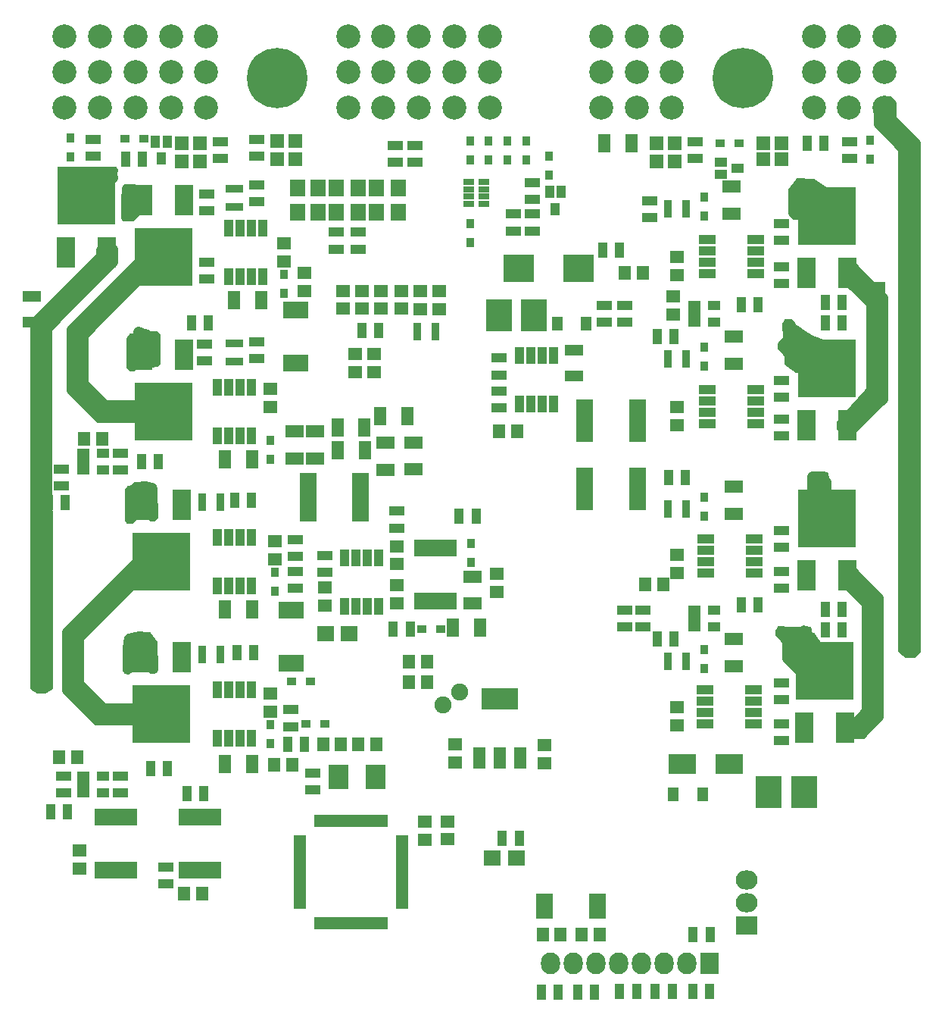
<source format=gbr>
G04 #@! TF.FileFunction,Soldermask,Top*
%FSLAX46Y46*%
G04 Gerber Fmt 4.6, Leading zero omitted, Abs format (unit mm)*
G04 Created by KiCad (PCBNEW 4.0.5-e0-6337~49~ubuntu16.04.1) date Sun Jan 22 10:16:39 2017*
%MOMM*%
%LPD*%
G01*
G04 APERTURE LIST*
%ADD10C,0.050000*%
%ADD11C,6.750000*%
%ADD12C,2.686000*%
%ADD13R,1.400000X1.650000*%
%ADD14R,1.650000X1.400000*%
%ADD15R,2.000000X1.400000*%
%ADD16R,1.400000X2.000000*%
%ADD17R,3.150820X2.200860*%
%ADD18R,3.348940X3.100020*%
%ADD19R,0.850000X0.990000*%
%ADD20R,0.990000X0.850000*%
%ADD21R,1.598880X1.598880*%
%ADD22R,1.900000X1.700000*%
%ADD23R,1.700000X1.900000*%
%ADD24R,2.940000X3.580000*%
%ADD25R,2.127200X2.432000*%
%ADD26O,2.127200X2.432000*%
%ADD27R,2.432000X2.127200*%
%ADD28O,2.432000X2.127200*%
%ADD29R,2.051000X3.448000*%
%ADD30R,6.496000X6.496000*%
%ADD31R,0.908000X0.704800*%
%ADD32R,0.704800X0.908000*%
%ADD33R,1.700000X1.100000*%
%ADD34R,1.100000X1.700000*%
%ADD35R,1.300000X2.100000*%
%ADD36R,0.850000X1.850000*%
%ADD37R,1.850000X0.850000*%
%ADD38R,1.950000X1.000000*%
%ADD39R,1.460000X1.050000*%
%ADD40R,1.000000X1.950000*%
%ADD41R,4.057600X2.432000*%
%ADD42R,1.416000X2.432000*%
%ADD43R,0.650000X1.400000*%
%ADD44R,1.400000X0.650000*%
%ADD45R,1.900000X0.850000*%
%ADD46R,2.100000X1.300000*%
%ADD47C,1.900000*%
%ADD48R,2.300000X2.800000*%
%ADD49R,1.310000X1.620000*%
%ADD50R,0.999440X1.400760*%
%ADD51R,1.400760X0.999440*%
%ADD52R,1.300000X0.800000*%
%ADD53C,0.254000*%
G04 APERTURE END LIST*
D10*
D11*
X157480000Y-47625000D03*
X105410000Y-47625000D03*
D12*
X149555200Y-42926000D03*
X149555200Y-46913800D03*
X149555200Y-50901600D03*
X145592800Y-42926000D03*
X141630400Y-42926000D03*
X141630400Y-46913800D03*
X145592800Y-46913800D03*
X141630400Y-50901600D03*
X145592800Y-50901600D03*
X165404800Y-50901600D03*
X169367200Y-50901600D03*
X173329600Y-50901600D03*
X165404800Y-46913800D03*
X169367200Y-46913800D03*
X173329600Y-46913800D03*
X165404800Y-42926000D03*
X169367200Y-42926000D03*
X173329600Y-42926000D03*
X97485200Y-42926000D03*
X93522800Y-42926000D03*
X89560400Y-42926000D03*
X85598000Y-42926000D03*
X81635600Y-42926000D03*
X97485200Y-46913800D03*
X93522800Y-46913800D03*
X89560400Y-46913800D03*
X85598000Y-46913800D03*
X81635600Y-46913800D03*
X97485200Y-50901600D03*
X93522800Y-50901600D03*
X89560400Y-50901600D03*
X85598000Y-50901600D03*
X81635600Y-50901600D03*
X113334800Y-42926000D03*
X117297200Y-42926000D03*
X121259600Y-42926000D03*
X125222000Y-42926000D03*
X129184400Y-42926000D03*
X113334800Y-46913800D03*
X117297200Y-46913800D03*
X121259600Y-46913800D03*
X125222000Y-46913800D03*
X129184400Y-46913800D03*
X113334800Y-50901600D03*
X117297200Y-50901600D03*
X121259600Y-50901600D03*
X125222000Y-50901600D03*
X129184400Y-50901600D03*
D13*
X95012000Y-138684000D03*
X97012000Y-138684000D03*
D14*
X83312000Y-133874000D03*
X83312000Y-135874000D03*
X150114000Y-84344000D03*
X150114000Y-86344000D03*
D13*
X144288000Y-69342000D03*
X146288000Y-69342000D03*
D15*
X156464000Y-76478000D03*
X156464000Y-79478000D03*
D14*
X150114000Y-69580000D03*
X150114000Y-67580000D03*
X150114000Y-117872000D03*
X150114000Y-119872000D03*
D13*
X146574000Y-104140000D03*
X148574000Y-104140000D03*
D15*
X156464000Y-110260000D03*
X156464000Y-113260000D03*
D16*
X145010000Y-54864000D03*
X142010000Y-54864000D03*
D14*
X149720300Y-74012300D03*
X149720300Y-72012300D03*
D15*
X156464000Y-96242000D03*
X156464000Y-93242000D03*
D14*
X150114000Y-102838000D03*
X150114000Y-100838000D03*
X104648000Y-84312000D03*
X104648000Y-82312000D03*
X108458000Y-69358000D03*
X108458000Y-71358000D03*
D16*
X99592000Y-90170000D03*
X102592000Y-90170000D03*
D13*
X83836000Y-87884000D03*
X85836000Y-87884000D03*
D16*
X100608000Y-72390000D03*
X103608000Y-72390000D03*
D14*
X106172000Y-66056000D03*
X106172000Y-68056000D03*
X104648000Y-118348000D03*
X104648000Y-116348000D03*
D16*
X99592000Y-124206000D03*
X102592000Y-124206000D03*
D13*
X81042000Y-123444000D03*
X83042000Y-123444000D03*
D16*
X102592000Y-106934000D03*
X99592000Y-106934000D03*
D14*
X105156000Y-99330000D03*
X105156000Y-101330000D03*
D13*
X132203700Y-87020400D03*
X130203700Y-87020400D03*
D17*
X150715980Y-124206000D03*
X155963620Y-124206000D03*
D18*
X139138660Y-68884800D03*
X132387340Y-68884800D03*
D14*
X135293100Y-124139200D03*
X135293100Y-122139200D03*
X125336300Y-122012200D03*
X125336300Y-124012200D03*
D13*
X141449300Y-143243300D03*
X139449300Y-143243300D03*
X135105900Y-143243300D03*
X137105900Y-143243300D03*
X114493800Y-122008900D03*
X116493800Y-122008900D03*
X112556800Y-122021600D03*
X110556800Y-122021600D03*
D14*
X124485400Y-130622800D03*
X124485400Y-132622800D03*
X121932700Y-130648200D03*
X121932700Y-132648200D03*
X110744000Y-106486200D03*
X110744000Y-104486200D03*
X118745000Y-99888800D03*
X118745000Y-101888800D03*
D13*
X105070400Y-124307600D03*
X107070400Y-124307600D03*
X120132600Y-115074700D03*
X122132600Y-115074700D03*
X120132600Y-112750600D03*
X122132600Y-112750600D03*
D14*
X129997200Y-104962200D03*
X129997200Y-102962200D03*
X118745000Y-104244900D03*
X118745000Y-106244900D03*
D15*
X127241300Y-106275000D03*
X127241300Y-103275000D03*
D16*
X128068200Y-108940600D03*
X125068200Y-108940600D03*
D15*
X109677200Y-90069800D03*
X109677200Y-87069800D03*
X107315000Y-90069800D03*
X107315000Y-87069800D03*
D16*
X116940200Y-85369400D03*
X119940200Y-85369400D03*
D15*
X117525800Y-88339800D03*
X117525800Y-91339800D03*
X120624600Y-91314400D03*
X120624600Y-88314400D03*
D16*
X115165000Y-86639400D03*
X112165000Y-86639400D03*
X115190400Y-89179400D03*
X112190400Y-89179400D03*
D14*
X116967000Y-73364600D03*
X116967000Y-71364600D03*
X123545600Y-73390000D03*
X123545600Y-71390000D03*
X114858800Y-73364600D03*
X114858800Y-71364600D03*
X121412000Y-73390000D03*
X121412000Y-71390000D03*
X119329200Y-73364600D03*
X119329200Y-71364600D03*
X112750600Y-73364600D03*
X112750600Y-71364600D03*
X116230400Y-80425800D03*
X116230400Y-78425800D03*
X114096800Y-80425800D03*
X114096800Y-78425800D03*
D19*
X82296000Y-54317000D03*
X82296000Y-56427000D03*
X171704000Y-54571000D03*
X171704000Y-56681000D03*
D20*
X88353000Y-54356000D03*
X90463000Y-54356000D03*
D21*
X94708980Y-54864000D03*
X96807020Y-54864000D03*
X96807020Y-56896000D03*
X94708980Y-56896000D03*
X161831020Y-54864000D03*
X159732980Y-54864000D03*
X159732980Y-56642000D03*
X161831020Y-56642000D03*
X105376980Y-54610000D03*
X107475020Y-54610000D03*
X107475020Y-56642000D03*
X105376980Y-56642000D03*
D19*
X153162000Y-77685000D03*
X153162000Y-79795000D03*
X153162000Y-60921000D03*
X153162000Y-63031000D03*
X153162000Y-111467000D03*
X153162000Y-113577000D03*
X153162000Y-94449000D03*
X153162000Y-96559000D03*
X104648000Y-90209000D03*
X104648000Y-88099000D03*
X106172000Y-71667000D03*
X106172000Y-69557000D03*
X104648000Y-121959000D03*
X104648000Y-119849000D03*
D20*
X108660300Y-119722900D03*
X110770300Y-119722900D03*
D19*
X127000000Y-63867400D03*
X127000000Y-65977400D03*
X126974600Y-56706400D03*
X126974600Y-54596400D03*
X129057400Y-56706400D03*
X129057400Y-54596400D03*
X133299200Y-56706400D03*
X133299200Y-54596400D03*
X131165600Y-56706400D03*
X131165600Y-54596400D03*
X135801100Y-56323600D03*
X135801100Y-58433600D03*
D22*
X132134600Y-134734300D03*
X129434600Y-134734300D03*
X110791000Y-109677200D03*
X113491000Y-109677200D03*
D23*
X107696000Y-62564000D03*
X107696000Y-59864000D03*
X109982000Y-62564000D03*
X109982000Y-59864000D03*
X112014000Y-59864000D03*
X112014000Y-62564000D03*
X118922800Y-62589400D03*
X118922800Y-59889400D03*
X116484400Y-59864000D03*
X116484400Y-62564000D03*
X114427000Y-59864000D03*
X114427000Y-62564000D03*
D24*
X164326800Y-127355600D03*
X160386800Y-127355600D03*
X130186200Y-74129900D03*
X134126200Y-74129900D03*
D25*
X153784300Y-146519900D03*
D26*
X151244300Y-146519900D03*
X148704300Y-146519900D03*
X146164300Y-146519900D03*
X143624300Y-146519900D03*
X141084300Y-146519900D03*
X138544300Y-146519900D03*
X136004300Y-146519900D03*
D27*
X157924500Y-142227300D03*
D28*
X157924500Y-139687300D03*
X157924500Y-137147300D03*
D29*
X81788000Y-67056000D03*
D30*
X84074000Y-60706000D03*
D29*
X86360000Y-67056000D03*
X164592000Y-86360000D03*
D30*
X166878000Y-80010000D03*
D29*
X169164000Y-86360000D03*
D31*
X151130000Y-62865000D03*
X151130000Y-61595000D03*
X149098000Y-62865000D03*
X151130000Y-62230000D03*
X149098000Y-61595000D03*
X149098000Y-62230000D03*
D29*
X164338000Y-120142000D03*
D30*
X166624000Y-113792000D03*
D29*
X168910000Y-120142000D03*
D31*
X151130000Y-96393000D03*
X151130000Y-95123000D03*
X149098000Y-96393000D03*
X151130000Y-95758000D03*
X149098000Y-95123000D03*
X149098000Y-95758000D03*
D29*
X94996000Y-78486000D03*
D30*
X92710000Y-84836000D03*
D29*
X90424000Y-78486000D03*
X94996000Y-61214000D03*
D30*
X92710000Y-67564000D03*
D29*
X90424000Y-61214000D03*
D32*
X99949000Y-61976000D03*
X101219000Y-61976000D03*
X99949000Y-59944000D03*
X100584000Y-61976000D03*
X101219000Y-59944000D03*
X100584000Y-59944000D03*
D29*
X94742000Y-112268000D03*
D30*
X92456000Y-118618000D03*
D29*
X90170000Y-112268000D03*
X94742000Y-95250000D03*
D30*
X92456000Y-101600000D03*
D29*
X90170000Y-95250000D03*
D33*
X84836000Y-54422000D03*
X84836000Y-56322000D03*
X169418000Y-54676000D03*
X169418000Y-56576000D03*
D34*
X88458000Y-56642000D03*
X90358000Y-56642000D03*
X166558000Y-54864000D03*
X164658000Y-54864000D03*
D33*
X99060000Y-54676000D03*
X99060000Y-56576000D03*
D34*
X157292000Y-72898000D03*
X159192000Y-72898000D03*
X143698000Y-66802000D03*
X141798000Y-66802000D03*
D35*
X172794000Y-74676000D03*
X175694000Y-74676000D03*
X172794000Y-71374000D03*
X175694000Y-71374000D03*
D33*
X147066000Y-61280000D03*
X147066000Y-63180000D03*
D34*
X157292000Y-106426000D03*
X159192000Y-106426000D03*
D35*
X172540000Y-106680000D03*
X175440000Y-106680000D03*
X172540000Y-110490000D03*
X175440000Y-110490000D03*
D34*
X149164000Y-92202000D03*
X151064000Y-92202000D03*
X97724000Y-74930000D03*
X95824000Y-74930000D03*
D33*
X103124000Y-59502000D03*
X103124000Y-61402000D03*
X107442000Y-104582000D03*
X107442000Y-102682000D03*
X107442000Y-99126000D03*
X107442000Y-101026000D03*
X130238500Y-82552500D03*
X130238500Y-84452500D03*
X130187700Y-78844100D03*
X130187700Y-80744100D03*
D34*
X132483900Y-132524500D03*
X130583900Y-132524500D03*
D33*
X109423200Y-127099100D03*
X109423200Y-125199100D03*
X110769400Y-102829400D03*
X110769400Y-100929400D03*
X118745000Y-95976400D03*
X118745000Y-97876400D03*
D34*
X153756400Y-149618700D03*
X151856400Y-149618700D03*
X149565400Y-149656800D03*
X147665400Y-149656800D03*
X153807200Y-143243300D03*
X151907200Y-143243300D03*
X145603000Y-149656800D03*
X143703000Y-149656800D03*
X140891300Y-149682200D03*
X138991300Y-149682200D03*
X136827300Y-149682200D03*
X134927300Y-149682200D03*
D33*
X106959400Y-118137900D03*
X106959400Y-120037900D03*
D34*
X106568200Y-122021600D03*
X108468200Y-122021600D03*
D33*
X133934200Y-61148000D03*
X133934200Y-59248000D03*
X133921500Y-62753200D03*
X133921500Y-64653200D03*
X131800600Y-62765900D03*
X131800600Y-64665900D03*
X112014000Y-66685200D03*
X112014000Y-64785200D03*
X114427000Y-66685200D03*
X114427000Y-64785200D03*
X118618000Y-57007800D03*
X118618000Y-55107800D03*
X120827800Y-57007800D03*
X120827800Y-55107800D03*
D36*
X94824000Y-136046000D03*
X95474000Y-136046000D03*
X96124000Y-136046000D03*
X96774000Y-136046000D03*
X97424000Y-136046000D03*
X98074000Y-136046000D03*
X98724000Y-136046000D03*
X98724000Y-130146000D03*
X98074000Y-130146000D03*
X97424000Y-130146000D03*
X96774000Y-130146000D03*
X96124000Y-130146000D03*
X95474000Y-130146000D03*
X94824000Y-130146000D03*
X85426000Y-136046000D03*
X86076000Y-136046000D03*
X86726000Y-136046000D03*
X87376000Y-136046000D03*
X88026000Y-136046000D03*
X88676000Y-136046000D03*
X89326000Y-136046000D03*
X89326000Y-130146000D03*
X88676000Y-130146000D03*
X88026000Y-130146000D03*
X87376000Y-130146000D03*
X86726000Y-130146000D03*
X86076000Y-130146000D03*
X85426000Y-130146000D03*
D37*
X145698000Y-95422000D03*
X145698000Y-94772000D03*
X145698000Y-94122000D03*
X145698000Y-93472000D03*
X145698000Y-92822000D03*
X145698000Y-92172000D03*
X145698000Y-91522000D03*
X139798000Y-91522000D03*
X139798000Y-92172000D03*
X139798000Y-92822000D03*
X139798000Y-93472000D03*
X139798000Y-94122000D03*
X139798000Y-94772000D03*
X139798000Y-95422000D03*
X145698000Y-87802000D03*
X145698000Y-87152000D03*
X145698000Y-86502000D03*
X145698000Y-85852000D03*
X145698000Y-85202000D03*
X145698000Y-84552000D03*
X145698000Y-83902000D03*
X139798000Y-83902000D03*
X139798000Y-84552000D03*
X139798000Y-85202000D03*
X139798000Y-85852000D03*
X139798000Y-86502000D03*
X139798000Y-87152000D03*
X139798000Y-87802000D03*
D38*
X153510000Y-82423000D03*
X153510000Y-83693000D03*
X153510000Y-84963000D03*
X153510000Y-86233000D03*
X158910000Y-86233000D03*
X158910000Y-84963000D03*
X158910000Y-83693000D03*
X158910000Y-82423000D03*
D39*
X152062000Y-72964000D03*
X152062000Y-73914000D03*
X152062000Y-74864000D03*
X154262000Y-74864000D03*
X154262000Y-72964000D03*
D38*
X153510000Y-65659000D03*
X153510000Y-66929000D03*
X153510000Y-68199000D03*
X153510000Y-69469000D03*
X158910000Y-69469000D03*
X158910000Y-68199000D03*
X158910000Y-66929000D03*
X158910000Y-65659000D03*
X153256000Y-115951000D03*
X153256000Y-117221000D03*
X153256000Y-118491000D03*
X153256000Y-119761000D03*
X158656000Y-119761000D03*
X158656000Y-118491000D03*
X158656000Y-117221000D03*
X158656000Y-115951000D03*
D39*
X152062000Y-107000000D03*
X152062000Y-107950000D03*
X152062000Y-108900000D03*
X154262000Y-108900000D03*
X154262000Y-107000000D03*
D38*
X153350000Y-99060000D03*
X153350000Y-100330000D03*
X153350000Y-101600000D03*
X153350000Y-102870000D03*
X158750000Y-102870000D03*
X158750000Y-101600000D03*
X158750000Y-100330000D03*
X158750000Y-99060000D03*
D36*
X108417000Y-73504000D03*
X107767000Y-73504000D03*
X107117000Y-73504000D03*
X106467000Y-73504000D03*
X106467000Y-79404000D03*
X107117000Y-79404000D03*
X107767000Y-79404000D03*
X108417000Y-79404000D03*
D40*
X102489000Y-82136000D03*
X101219000Y-82136000D03*
X99949000Y-82136000D03*
X98679000Y-82136000D03*
X98679000Y-87536000D03*
X99949000Y-87536000D03*
X101219000Y-87536000D03*
X102489000Y-87536000D03*
D39*
X83736000Y-89474000D03*
X83736000Y-90424000D03*
X83736000Y-91374000D03*
X85936000Y-91374000D03*
X85936000Y-89474000D03*
D40*
X103759000Y-64356000D03*
X102489000Y-64356000D03*
X101219000Y-64356000D03*
X99949000Y-64356000D03*
X99949000Y-69756000D03*
X101219000Y-69756000D03*
X102489000Y-69756000D03*
X103759000Y-69756000D03*
D36*
X105959000Y-112932000D03*
X106609000Y-112932000D03*
X107259000Y-112932000D03*
X107909000Y-112932000D03*
X107909000Y-107032000D03*
X107259000Y-107032000D03*
X106609000Y-107032000D03*
X105959000Y-107032000D03*
D40*
X102489000Y-115918000D03*
X101219000Y-115918000D03*
X99949000Y-115918000D03*
X98679000Y-115918000D03*
X98679000Y-121318000D03*
X99949000Y-121318000D03*
X101219000Y-121318000D03*
X102489000Y-121318000D03*
D39*
X83736000Y-125542000D03*
X83736000Y-126492000D03*
X83736000Y-127442000D03*
X85936000Y-127442000D03*
X85936000Y-125542000D03*
D40*
X102489000Y-98900000D03*
X101219000Y-98900000D03*
X99949000Y-98900000D03*
X98679000Y-98900000D03*
X98679000Y-104300000D03*
X99949000Y-104300000D03*
X101219000Y-104300000D03*
X102489000Y-104300000D03*
X136347200Y-78580000D03*
X135077200Y-78580000D03*
X133807200Y-78580000D03*
X132537200Y-78580000D03*
X132537200Y-83980000D03*
X133807200Y-83980000D03*
X135077200Y-83980000D03*
X136347200Y-83980000D03*
D41*
X130314700Y-116916200D03*
D42*
X130314700Y-123520200D03*
X132600700Y-123520200D03*
X128028700Y-123520200D03*
D37*
X135327600Y-139093300D03*
X135327600Y-139743300D03*
X135327600Y-140393300D03*
X135327600Y-141043300D03*
X141227600Y-141043300D03*
X141227600Y-140393300D03*
X141227600Y-139743300D03*
X141227600Y-139093300D03*
D43*
X117415000Y-130596400D03*
X116915000Y-130596400D03*
X116415000Y-130596400D03*
X115915000Y-130596400D03*
X115415000Y-130596400D03*
X114915000Y-130596400D03*
X114415000Y-130596400D03*
X113915000Y-130596400D03*
X113415000Y-130596400D03*
X112915000Y-130596400D03*
X112415000Y-130596400D03*
X111915000Y-130596400D03*
X111415000Y-130596400D03*
X110915000Y-130596400D03*
X110415000Y-130596400D03*
X109915000Y-130596400D03*
D44*
X107965000Y-132546400D03*
X107965000Y-133046400D03*
X107965000Y-133546400D03*
X107965000Y-134046400D03*
X107965000Y-134546400D03*
X107965000Y-135046400D03*
X107965000Y-135546400D03*
X107965000Y-136046400D03*
X107965000Y-136546400D03*
X107965000Y-137046400D03*
X107965000Y-137546400D03*
X107965000Y-138046400D03*
X107965000Y-138546400D03*
X107965000Y-139046400D03*
X107965000Y-139546400D03*
X107965000Y-140046400D03*
D43*
X109915000Y-141996400D03*
X110415000Y-141996400D03*
X110915000Y-141996400D03*
X111415000Y-141996400D03*
X111915000Y-141996400D03*
X112415000Y-141996400D03*
X112915000Y-141996400D03*
X113415000Y-141996400D03*
X113915000Y-141996400D03*
X114415000Y-141996400D03*
X114915000Y-141996400D03*
X115415000Y-141996400D03*
X115915000Y-141996400D03*
X116415000Y-141996400D03*
X116915000Y-141996400D03*
X117415000Y-141996400D03*
D44*
X119365000Y-140046400D03*
X119365000Y-139546400D03*
X119365000Y-139046400D03*
X119365000Y-138546400D03*
X119365000Y-138046400D03*
X119365000Y-137546400D03*
X119365000Y-137046400D03*
X119365000Y-136546400D03*
X119365000Y-136046400D03*
X119365000Y-135546400D03*
X119365000Y-135046400D03*
X119365000Y-134546400D03*
X119365000Y-134046400D03*
X119365000Y-133546400D03*
X119365000Y-133046400D03*
X119365000Y-132546400D03*
D40*
X112953800Y-106611400D03*
X114223800Y-106611400D03*
X115493800Y-106611400D03*
X116763800Y-106611400D03*
X116763800Y-101211400D03*
X115493800Y-101211400D03*
X114223800Y-101211400D03*
X112953800Y-101211400D03*
D36*
X125025700Y-100123200D03*
X124375700Y-100123200D03*
X123725700Y-100123200D03*
X123075700Y-100123200D03*
X122425700Y-100123200D03*
X121775700Y-100123200D03*
X121125700Y-100123200D03*
X121125700Y-106023200D03*
X121775700Y-106023200D03*
X122425700Y-106023200D03*
X123075700Y-106023200D03*
X123725700Y-106023200D03*
X124375700Y-106023200D03*
X125025700Y-106023200D03*
D45*
X108860800Y-92111400D03*
X108860800Y-92761400D03*
X108860800Y-93411400D03*
X108860800Y-94061400D03*
X108860800Y-94711400D03*
X108860800Y-95361400D03*
X108860800Y-96011400D03*
X108860800Y-96661400D03*
X114760800Y-96661400D03*
X114760800Y-96011400D03*
X114760800Y-95361400D03*
X114760800Y-94711400D03*
X114760800Y-94061400D03*
X114760800Y-93411400D03*
X114760800Y-92761400D03*
X114760800Y-92111400D03*
D46*
X77978000Y-74856000D03*
X77978000Y-71956000D03*
D47*
X123952000Y-117627400D03*
X125831600Y-116154200D03*
D48*
X112275400Y-125679200D03*
X116375400Y-125679200D03*
D33*
X152146000Y-54676000D03*
X152146000Y-56576000D03*
D35*
X79576000Y-80010000D03*
X82476000Y-80010000D03*
X79322000Y-111506000D03*
X82222000Y-111506000D03*
D34*
X102550000Y-94742000D03*
X100650000Y-94742000D03*
X120279200Y-109105700D03*
X118379200Y-109105700D03*
D20*
X157011000Y-54864000D03*
X154901000Y-54864000D03*
D21*
X149893020Y-54864000D03*
X147794980Y-54864000D03*
X147794980Y-56896000D03*
X149893020Y-56896000D03*
D20*
X109106600Y-115011200D03*
X106996600Y-115011200D03*
D19*
X105156000Y-104941000D03*
X105156000Y-102831000D03*
D49*
X149698200Y-127596900D03*
X152968200Y-127596900D03*
X136706100Y-75018900D03*
X139976100Y-75018900D03*
D19*
X127076200Y-101689800D03*
X127076200Y-99579800D03*
D20*
X123673500Y-109131100D03*
X121563500Y-109131100D03*
D50*
X91805760Y-54676040D03*
X93106240Y-54676040D03*
X92456000Y-56575960D03*
D51*
X155006040Y-58308240D03*
X155006040Y-57007760D03*
X156905960Y-57658000D03*
D31*
X151130000Y-79629000D03*
X151130000Y-78359000D03*
X149098000Y-79629000D03*
X151130000Y-78994000D03*
X149098000Y-78359000D03*
X149098000Y-78994000D03*
D29*
X164592000Y-69342000D03*
D30*
X166878000Y-62992000D03*
D29*
X169164000Y-69342000D03*
D31*
X151130000Y-113411000D03*
X151130000Y-112141000D03*
X149098000Y-113411000D03*
X151130000Y-112776000D03*
X149098000Y-112141000D03*
X149098000Y-112776000D03*
D29*
X164592000Y-103124000D03*
D30*
X166878000Y-96774000D03*
D29*
X169164000Y-103124000D03*
D32*
X99949000Y-79248000D03*
X101219000Y-79248000D03*
X99949000Y-77216000D03*
X100584000Y-79248000D03*
X101219000Y-77216000D03*
X100584000Y-77216000D03*
D31*
X97028000Y-111379000D03*
X97028000Y-112649000D03*
X99060000Y-111379000D03*
X97028000Y-112014000D03*
X99060000Y-112649000D03*
X99060000Y-112014000D03*
X97028000Y-94361000D03*
X97028000Y-95631000D03*
X99060000Y-94361000D03*
X97028000Y-94996000D03*
X99060000Y-95631000D03*
X99060000Y-94996000D03*
D50*
X135862060Y-60327540D03*
X137162540Y-60327540D03*
X136512300Y-62227460D03*
D31*
X123113800Y-76530200D03*
X123113800Y-75260200D03*
X121081800Y-76530200D03*
X123113800Y-75895200D03*
X121081800Y-75260200D03*
X121081800Y-75895200D03*
D33*
X103124000Y-54422000D03*
X103124000Y-56322000D03*
D34*
X147894000Y-76454000D03*
X149794000Y-76454000D03*
D33*
X141986000Y-72964000D03*
X141986000Y-74864000D03*
X144272000Y-72964000D03*
X144272000Y-74864000D03*
D34*
X166690000Y-74930000D03*
X168590000Y-74930000D03*
X166690000Y-72644000D03*
X168590000Y-72644000D03*
X147894000Y-110236000D03*
X149794000Y-110236000D03*
D33*
X146304000Y-107000000D03*
X146304000Y-108900000D03*
X144272000Y-107000000D03*
X144272000Y-108900000D03*
D34*
X166690000Y-109220000D03*
X168590000Y-109220000D03*
X166690000Y-106934000D03*
X168590000Y-106934000D03*
D33*
X103124000Y-77028000D03*
X103124000Y-78928000D03*
D34*
X90236000Y-90424000D03*
X92136000Y-90424000D03*
D33*
X81280000Y-91252000D03*
X81280000Y-93152000D03*
X87884000Y-91374000D03*
X87884000Y-89474000D03*
D35*
X79576000Y-77470000D03*
X82476000Y-77470000D03*
D34*
X81722000Y-94996000D03*
X79822000Y-94996000D03*
X102804000Y-111760000D03*
X100904000Y-111760000D03*
X91252000Y-124714000D03*
X93152000Y-124714000D03*
D33*
X81534000Y-125542000D03*
X81534000Y-127442000D03*
X87884000Y-127442000D03*
X87884000Y-125542000D03*
D35*
X79322000Y-114300000D03*
X82222000Y-114300000D03*
D34*
X81976000Y-129540000D03*
X80076000Y-129540000D03*
D46*
X138607800Y-77975800D03*
X138607800Y-80875800D03*
D34*
X125732500Y-96558100D03*
X127632500Y-96558100D03*
X114848600Y-75793600D03*
X116748600Y-75793600D03*
D15*
X156210000Y-59714000D03*
X156210000Y-62714000D03*
D33*
X161798000Y-81346000D03*
X161798000Y-83246000D03*
X161798000Y-85664000D03*
X161798000Y-87564000D03*
X161798000Y-65720000D03*
X161798000Y-63820000D03*
X161798000Y-70546000D03*
X161798000Y-68646000D03*
X161798000Y-115128000D03*
X161798000Y-117028000D03*
X161798000Y-119700000D03*
X161798000Y-121600000D03*
X161798000Y-100010000D03*
X161798000Y-98110000D03*
X161798000Y-104582000D03*
X161798000Y-102682000D03*
X97282000Y-77282000D03*
X97282000Y-79182000D03*
X97536000Y-62418000D03*
X97536000Y-60518000D03*
X97536000Y-68138000D03*
X97536000Y-70038000D03*
D34*
X95316000Y-127508000D03*
X97216000Y-127508000D03*
D33*
X92964000Y-137602000D03*
X92964000Y-135702000D03*
D52*
X128561200Y-60826600D03*
X128561200Y-60026600D03*
X128561200Y-61626600D03*
X128561200Y-59226600D03*
X126861200Y-61626600D03*
X126861200Y-60826600D03*
X126861200Y-60026600D03*
X126861200Y-59226600D03*
D53*
G36*
X87071200Y-66128900D02*
X87081206Y-66178310D01*
X87108397Y-66218703D01*
X87477600Y-66587906D01*
X87477600Y-68286094D01*
X80148797Y-75614897D01*
X80120934Y-75656911D01*
X80111600Y-75704861D01*
X80162307Y-115712780D01*
X79376368Y-116168397D01*
X78582919Y-116203402D01*
X77914435Y-115791170D01*
X77876449Y-74703286D01*
X85179647Y-67425358D01*
X85207583Y-67383393D01*
X85216677Y-67344448D01*
X85264720Y-66671840D01*
X85647316Y-66181639D01*
X85669829Y-66136532D01*
X85674056Y-66109541D01*
X85694906Y-65671700D01*
X87071200Y-65671700D01*
X87071200Y-66128900D01*
X87071200Y-66128900D01*
G37*
X87071200Y-66128900D02*
X87081206Y-66178310D01*
X87108397Y-66218703D01*
X87477600Y-66587906D01*
X87477600Y-68286094D01*
X80148797Y-75614897D01*
X80120934Y-75656911D01*
X80111600Y-75704861D01*
X80162307Y-115712780D01*
X79376368Y-116168397D01*
X78582919Y-116203402D01*
X77914435Y-115791170D01*
X77876449Y-74703286D01*
X85179647Y-67425358D01*
X85207583Y-67383393D01*
X85216677Y-67344448D01*
X85264720Y-66671840D01*
X85647316Y-66181639D01*
X85669829Y-66136532D01*
X85674056Y-66109541D01*
X85694906Y-65671700D01*
X87071200Y-65671700D01*
X87071200Y-66128900D01*
G36*
X90030300Y-70559394D02*
X84225497Y-76364197D01*
X84197634Y-76406211D01*
X84188300Y-76454000D01*
X84188300Y-81534000D01*
X84198306Y-81583410D01*
X84225497Y-81623803D01*
X86257497Y-83655803D01*
X86299511Y-83683666D01*
X86347300Y-83693000D01*
X89827100Y-83693000D01*
X89827100Y-85953600D01*
X85320406Y-85953600D01*
X81927700Y-82560894D01*
X81927700Y-75490606D01*
X89714606Y-67703700D01*
X90030300Y-67703700D01*
X90030300Y-70559394D01*
X90030300Y-70559394D01*
G37*
X90030300Y-70559394D02*
X84225497Y-76364197D01*
X84197634Y-76406211D01*
X84188300Y-76454000D01*
X84188300Y-81534000D01*
X84198306Y-81583410D01*
X84225497Y-81623803D01*
X86257497Y-83655803D01*
X86299511Y-83683666D01*
X86347300Y-83693000D01*
X89827100Y-83693000D01*
X89827100Y-85953600D01*
X85320406Y-85953600D01*
X81927700Y-82560894D01*
X81927700Y-75490606D01*
X89714606Y-67703700D01*
X90030300Y-67703700D01*
X90030300Y-70559394D01*
G36*
X89890600Y-103998494D02*
X83717497Y-110171597D01*
X83689634Y-110213611D01*
X83680300Y-110261400D01*
X83680300Y-115049300D01*
X83690306Y-115098710D01*
X83717252Y-115138856D01*
X86028652Y-117462956D01*
X86070589Y-117490934D01*
X86118700Y-117500400D01*
X89941400Y-117500400D01*
X89941400Y-119748300D01*
X85091806Y-119748300D01*
X81407000Y-116063494D01*
X81407000Y-109285306D01*
X89460606Y-101231700D01*
X89890600Y-101231700D01*
X89890600Y-103998494D01*
X89890600Y-103998494D01*
G37*
X89890600Y-103998494D02*
X83717497Y-110171597D01*
X83689634Y-110213611D01*
X83680300Y-110261400D01*
X83680300Y-115049300D01*
X83690306Y-115098710D01*
X83717252Y-115138856D01*
X86028652Y-117462956D01*
X86070589Y-117490934D01*
X86118700Y-117500400D01*
X89941400Y-117500400D01*
X89941400Y-119748300D01*
X85091806Y-119748300D01*
X81407000Y-116063494D01*
X81407000Y-109285306D01*
X89460606Y-101231700D01*
X89890600Y-101231700D01*
X89890600Y-103998494D01*
G36*
X174498000Y-50306506D02*
X174498000Y-50849202D01*
X174493985Y-50855441D01*
X174486281Y-50885848D01*
X174460881Y-51089048D01*
X174459900Y-51104800D01*
X174459900Y-51917600D01*
X174469906Y-51967010D01*
X174497097Y-52007403D01*
X177165000Y-54675306D01*
X177165000Y-111643894D01*
X176629794Y-112179100D01*
X175707758Y-112179100D01*
X174904385Y-111593786D01*
X174891700Y-55638671D01*
X174881683Y-55589263D01*
X174855338Y-55549741D01*
X172199300Y-52843589D01*
X172199300Y-50255520D01*
X172926006Y-49733200D01*
X173924694Y-49733200D01*
X174498000Y-50306506D01*
X174498000Y-50306506D01*
G37*
X174498000Y-50306506D02*
X174498000Y-50849202D01*
X174493985Y-50855441D01*
X174486281Y-50885848D01*
X174460881Y-51089048D01*
X174459900Y-51104800D01*
X174459900Y-51917600D01*
X174469906Y-51967010D01*
X174497097Y-52007403D01*
X177165000Y-54675306D01*
X177165000Y-111643894D01*
X176629794Y-112179100D01*
X175707758Y-112179100D01*
X174904385Y-111593786D01*
X174891700Y-55638671D01*
X174881683Y-55589263D01*
X174855338Y-55549741D01*
X172199300Y-52843589D01*
X172199300Y-50255520D01*
X172926006Y-49733200D01*
X173924694Y-49733200D01*
X174498000Y-50306506D01*
G36*
X168527667Y-67944767D02*
X168535350Y-67945000D01*
X169867117Y-67945000D01*
X169875287Y-68165600D01*
X169887115Y-68214606D01*
X169912397Y-68250703D01*
X173596129Y-71934435D01*
X173558373Y-83550807D01*
X169913023Y-87145876D01*
X169884869Y-87187695D01*
X169875200Y-87236300D01*
X169875200Y-87782400D01*
X168465500Y-87782400D01*
X168465500Y-87439500D01*
X168446867Y-87373276D01*
X168046400Y-86717966D01*
X168046400Y-86021333D01*
X168440100Y-85496400D01*
X168461741Y-85450868D01*
X168465470Y-85422960D01*
X168475469Y-84963000D01*
X168922700Y-84963000D01*
X168972110Y-84952994D01*
X169017098Y-84920959D01*
X171303098Y-82380959D01*
X171328715Y-82337539D01*
X171335700Y-82296000D01*
X171335700Y-72948800D01*
X171325694Y-72899390D01*
X171298503Y-72858997D01*
X169279203Y-70839697D01*
X169237189Y-70811834D01*
X169187636Y-70802512D01*
X168404102Y-70813394D01*
X168450633Y-67940098D01*
X168527667Y-67944767D01*
X168527667Y-67944767D01*
G37*
X168527667Y-67944767D02*
X168535350Y-67945000D01*
X169867117Y-67945000D01*
X169875287Y-68165600D01*
X169887115Y-68214606D01*
X169912397Y-68250703D01*
X173596129Y-71934435D01*
X173558373Y-83550807D01*
X169913023Y-87145876D01*
X169884869Y-87187695D01*
X169875200Y-87236300D01*
X169875200Y-87782400D01*
X168465500Y-87782400D01*
X168465500Y-87439500D01*
X168446867Y-87373276D01*
X168046400Y-86717966D01*
X168046400Y-86021333D01*
X168440100Y-85496400D01*
X168461741Y-85450868D01*
X168465470Y-85422960D01*
X168475469Y-84963000D01*
X168922700Y-84963000D01*
X168972110Y-84952994D01*
X169017098Y-84920959D01*
X171303098Y-82380959D01*
X171328715Y-82337539D01*
X171335700Y-82296000D01*
X171335700Y-72948800D01*
X171325694Y-72899390D01*
X171298503Y-72858997D01*
X169279203Y-70839697D01*
X169237189Y-70811834D01*
X169187636Y-70802512D01*
X168404102Y-70813394D01*
X168450633Y-67940098D01*
X168527667Y-67944767D01*
G36*
X169875200Y-102222300D02*
X169885206Y-102271710D01*
X169912397Y-102312103D01*
X173088300Y-105488006D01*
X173088300Y-119036967D01*
X170963150Y-121260391D01*
X169405300Y-121283133D01*
X169405300Y-119059935D01*
X169903191Y-119049774D01*
X169952387Y-119038762D01*
X169992466Y-119010490D01*
X170792566Y-118172290D01*
X170819445Y-118129641D01*
X170827700Y-118084739D01*
X170840400Y-106451539D01*
X170830448Y-106402118D01*
X170803203Y-106361597D01*
X168351200Y-103909594D01*
X168351200Y-101790500D01*
X168376600Y-101790500D01*
X168426010Y-101780494D01*
X168467635Y-101752053D01*
X168483756Y-101727000D01*
X169875200Y-101727000D01*
X169875200Y-102222300D01*
X169875200Y-102222300D01*
G37*
X169875200Y-102222300D02*
X169885206Y-102271710D01*
X169912397Y-102312103D01*
X173088300Y-105488006D01*
X173088300Y-119036967D01*
X170963150Y-121260391D01*
X169405300Y-121283133D01*
X169405300Y-119059935D01*
X169903191Y-119049774D01*
X169952387Y-119038762D01*
X169992466Y-119010490D01*
X170792566Y-118172290D01*
X170819445Y-118129641D01*
X170827700Y-118084739D01*
X170840400Y-106451539D01*
X170830448Y-106402118D01*
X170803203Y-106361597D01*
X168351200Y-103909594D01*
X168351200Y-101790500D01*
X168376600Y-101790500D01*
X168426010Y-101780494D01*
X168467635Y-101752053D01*
X168483756Y-101727000D01*
X169875200Y-101727000D01*
X169875200Y-102222300D01*
G36*
X162824708Y-74621004D02*
X163029157Y-74782411D01*
X163194215Y-75136106D01*
X163224177Y-75176650D01*
X163250953Y-75195204D01*
X163612856Y-75382395D01*
X164686367Y-76102279D01*
X164686653Y-76102470D01*
X165258153Y-76483470D01*
X165283819Y-76496643D01*
X166841198Y-77083481D01*
X164176795Y-79483844D01*
X164146782Y-79524350D01*
X164135516Y-79564730D01*
X164047010Y-80394470D01*
X163391237Y-80343238D01*
X162215500Y-79535660D01*
X162191663Y-78546441D01*
X162180470Y-78497286D01*
X162152941Y-78458163D01*
X161443441Y-77772714D01*
X161454122Y-77217313D01*
X162029316Y-76618152D01*
X162056316Y-76575578D01*
X162064161Y-76518510D01*
X161928840Y-75054580D01*
X162258841Y-74596836D01*
X162718785Y-74575608D01*
X162824708Y-74621004D01*
X162824708Y-74621004D01*
G37*
X162824708Y-74621004D02*
X163029157Y-74782411D01*
X163194215Y-75136106D01*
X163224177Y-75176650D01*
X163250953Y-75195204D01*
X163612856Y-75382395D01*
X164686367Y-76102279D01*
X164686653Y-76102470D01*
X165258153Y-76483470D01*
X165283819Y-76496643D01*
X166841198Y-77083481D01*
X164176795Y-79483844D01*
X164146782Y-79524350D01*
X164135516Y-79564730D01*
X164047010Y-80394470D01*
X163391237Y-80343238D01*
X162215500Y-79535660D01*
X162191663Y-78546441D01*
X162180470Y-78497286D01*
X162152941Y-78458163D01*
X161443441Y-77772714D01*
X161454122Y-77217313D01*
X162029316Y-76618152D01*
X162056316Y-76575578D01*
X162064161Y-76518510D01*
X161928840Y-75054580D01*
X162258841Y-74596836D01*
X162718785Y-74575608D01*
X162824708Y-74621004D01*
G36*
X165376024Y-58951943D02*
X166865787Y-59973151D01*
X166877615Y-61593579D01*
X165212182Y-63259012D01*
X163183792Y-63271086D01*
X162661840Y-62749134D01*
X162674117Y-60048097D01*
X163476524Y-58912383D01*
X163490071Y-58881659D01*
X165376024Y-58951943D01*
X165376024Y-58951943D01*
G37*
X165376024Y-58951943D02*
X166865787Y-59973151D01*
X166877615Y-61593579D01*
X165212182Y-63259012D01*
X163183792Y-63271086D01*
X162661840Y-62749134D01*
X162674117Y-60048097D01*
X163476524Y-58912383D01*
X163490071Y-58881659D01*
X165376024Y-58951943D01*
G36*
X166836580Y-91746169D02*
X166998033Y-92265127D01*
X167015956Y-92301217D01*
X167246300Y-92623699D01*
X167246300Y-94131818D01*
X164719729Y-94120282D01*
X164731698Y-92037630D01*
X164725331Y-92005235D01*
X164929870Y-91718881D01*
X165229644Y-91579700D01*
X166493236Y-91579700D01*
X166836580Y-91746169D01*
X166836580Y-91746169D01*
G37*
X166836580Y-91746169D02*
X166998033Y-92265127D01*
X167015956Y-92301217D01*
X167246300Y-92623699D01*
X167246300Y-94131818D01*
X164719729Y-94120282D01*
X164731698Y-92037630D01*
X164725331Y-92005235D01*
X164929870Y-91718881D01*
X165229644Y-91579700D01*
X166493236Y-91579700D01*
X166836580Y-91746169D01*
G36*
X164831721Y-108950401D02*
X164858700Y-108953300D01*
X164907694Y-108953300D01*
X164999742Y-109045348D01*
X165011142Y-109489955D01*
X165022411Y-109539093D01*
X165051909Y-109579975D01*
X165096378Y-109606651D01*
X165348524Y-109694354D01*
X166090337Y-110795109D01*
X166066049Y-114377507D01*
X163806102Y-114401048D01*
X161949747Y-112532481D01*
X161924990Y-110551913D01*
X161914367Y-110502631D01*
X161890075Y-110466029D01*
X161198765Y-109738334D01*
X161177776Y-109287078D01*
X161460500Y-108931056D01*
X161918720Y-108856462D01*
X162200243Y-108991593D01*
X162255200Y-109004100D01*
X163880800Y-109004100D01*
X163933072Y-108992844D01*
X164288528Y-108832316D01*
X164831721Y-108950401D01*
X164831721Y-108950401D01*
G37*
X164831721Y-108950401D02*
X164858700Y-108953300D01*
X164907694Y-108953300D01*
X164999742Y-109045348D01*
X165011142Y-109489955D01*
X165022411Y-109539093D01*
X165051909Y-109579975D01*
X165096378Y-109606651D01*
X165348524Y-109694354D01*
X166090337Y-110795109D01*
X166066049Y-114377507D01*
X163806102Y-114401048D01*
X161949747Y-112532481D01*
X161924990Y-110551913D01*
X161914367Y-110502631D01*
X161890075Y-110466029D01*
X161198765Y-109738334D01*
X161177776Y-109287078D01*
X161460500Y-108931056D01*
X161918720Y-108856462D01*
X162200243Y-108991593D01*
X162255200Y-109004100D01*
X163880800Y-109004100D01*
X163933072Y-108992844D01*
X164288528Y-108832316D01*
X164831721Y-108950401D01*
G36*
X90788822Y-109537452D02*
X90792300Y-109537500D01*
X91109654Y-109537500D01*
X91872327Y-110558308D01*
X91909711Y-113549074D01*
X91836835Y-113850988D01*
X91585534Y-114005635D01*
X91260548Y-113985324D01*
X90924071Y-113706860D01*
X90879626Y-113683066D01*
X90844141Y-113677704D01*
X89294741Y-113665004D01*
X89245250Y-113674605D01*
X89220870Y-113687958D01*
X88755387Y-114013796D01*
X88394173Y-113953594D01*
X88189271Y-113719420D01*
X88213485Y-111261746D01*
X88230915Y-111234659D01*
X88238271Y-111206827D01*
X88409992Y-110029314D01*
X88732596Y-109706710D01*
X89874203Y-109512394D01*
X90788822Y-109537452D01*
X90788822Y-109537452D01*
G37*
X90788822Y-109537452D02*
X90792300Y-109537500D01*
X91109654Y-109537500D01*
X91872327Y-110558308D01*
X91909711Y-113549074D01*
X91836835Y-113850988D01*
X91585534Y-114005635D01*
X91260548Y-113985324D01*
X90924071Y-113706860D01*
X90879626Y-113683066D01*
X90844141Y-113677704D01*
X89294741Y-113665004D01*
X89245250Y-113674605D01*
X89220870Y-113687958D01*
X88755387Y-114013796D01*
X88394173Y-113953594D01*
X88189271Y-113719420D01*
X88213485Y-111261746D01*
X88230915Y-111234659D01*
X88238271Y-111206827D01*
X88409992Y-110029314D01*
X88732596Y-109706710D01*
X89874203Y-109512394D01*
X90788822Y-109537452D01*
G36*
X91650514Y-92974065D02*
X91897329Y-93392578D01*
X91909694Y-96706211D01*
X91618631Y-96977200D01*
X91259995Y-96977200D01*
X90927878Y-96679440D01*
X90884410Y-96653906D01*
X90843100Y-96647000D01*
X89750900Y-96647000D01*
X89701490Y-96657006D01*
X89661097Y-96684197D01*
X89127943Y-97217351D01*
X88652176Y-97207009D01*
X88442800Y-96978599D01*
X88442800Y-93573600D01*
X88434549Y-93532857D01*
X88749406Y-93218000D01*
X88963500Y-93218000D01*
X89012910Y-93207994D01*
X89053303Y-93180803D01*
X89461111Y-92772995D01*
X90715119Y-92760937D01*
X91650514Y-92974065D01*
X91650514Y-92974065D01*
G37*
X91650514Y-92974065D02*
X91897329Y-93392578D01*
X91909694Y-96706211D01*
X91618631Y-96977200D01*
X91259995Y-96977200D01*
X90927878Y-96679440D01*
X90884410Y-96653906D01*
X90843100Y-96647000D01*
X89750900Y-96647000D01*
X89701490Y-96657006D01*
X89661097Y-96684197D01*
X89127943Y-97217351D01*
X88652176Y-97207009D01*
X88442800Y-96978599D01*
X88442800Y-93573600D01*
X88434549Y-93532857D01*
X88749406Y-93218000D01*
X88963500Y-93218000D01*
X89012910Y-93207994D01*
X89053303Y-93180803D01*
X89461111Y-92772995D01*
X90715119Y-92760937D01*
X91650514Y-92974065D01*
G36*
X90320339Y-75583883D02*
X90323325Y-75584837D01*
X90921156Y-75767846D01*
X91130097Y-75941964D01*
X91174460Y-75965909D01*
X91211400Y-75971400D01*
X91895394Y-75971400D01*
X92163900Y-76239906D01*
X92163900Y-79477867D01*
X91942173Y-79718874D01*
X91272672Y-79730620D01*
X91223445Y-79741491D01*
X91182326Y-79770657D01*
X91155794Y-79813523D01*
X91148339Y-79847053D01*
X91145343Y-79883000D01*
X89763600Y-79883000D01*
X89714190Y-79893006D01*
X89678641Y-79915602D01*
X89335377Y-80224539D01*
X88974286Y-80214509D01*
X88671400Y-79952008D01*
X88671400Y-76598745D01*
X88770642Y-76422315D01*
X89015943Y-76217897D01*
X89305075Y-76250023D01*
X89355288Y-76245535D01*
X89399799Y-76221865D01*
X89431594Y-76182742D01*
X89445990Y-76118513D01*
X89434844Y-75851017D01*
X89608813Y-75554246D01*
X89905297Y-75445536D01*
X90320339Y-75583883D01*
X90320339Y-75583883D01*
G37*
X90320339Y-75583883D02*
X90323325Y-75584837D01*
X90921156Y-75767846D01*
X91130097Y-75941964D01*
X91174460Y-75965909D01*
X91211400Y-75971400D01*
X91895394Y-75971400D01*
X92163900Y-76239906D01*
X92163900Y-79477867D01*
X91942173Y-79718874D01*
X91272672Y-79730620D01*
X91223445Y-79741491D01*
X91182326Y-79770657D01*
X91155794Y-79813523D01*
X91148339Y-79847053D01*
X91145343Y-79883000D01*
X89763600Y-79883000D01*
X89714190Y-79893006D01*
X89678641Y-79915602D01*
X89335377Y-80224539D01*
X88974286Y-80214509D01*
X88671400Y-79952008D01*
X88671400Y-76598745D01*
X88770642Y-76422315D01*
X89015943Y-76217897D01*
X89305075Y-76250023D01*
X89355288Y-76245535D01*
X89399799Y-76221865D01*
X89431594Y-76182742D01*
X89445990Y-76118513D01*
X89434844Y-75851017D01*
X89608813Y-75554246D01*
X89905297Y-75445536D01*
X90320339Y-75583883D01*
G36*
X89559497Y-59678203D02*
X89601511Y-59706066D01*
X89649300Y-59715400D01*
X89916000Y-59715400D01*
X89916000Y-62710794D01*
X89228394Y-63398400D01*
X88216006Y-63398400D01*
X88036400Y-63218794D01*
X88036400Y-60584767D01*
X88063935Y-60565953D01*
X88091215Y-60523559D01*
X88099900Y-60477400D01*
X88099900Y-59768006D01*
X88355706Y-59512200D01*
X89393494Y-59512200D01*
X89559497Y-59678203D01*
X89559497Y-59678203D01*
G37*
X89559497Y-59678203D02*
X89601511Y-59706066D01*
X89649300Y-59715400D01*
X89916000Y-59715400D01*
X89916000Y-62710794D01*
X89228394Y-63398400D01*
X88216006Y-63398400D01*
X88036400Y-63218794D01*
X88036400Y-60584767D01*
X88063935Y-60565953D01*
X88091215Y-60523559D01*
X88099900Y-60477400D01*
X88099900Y-59768006D01*
X88355706Y-59512200D01*
X89393494Y-59512200D01*
X89559497Y-59678203D01*
G36*
X87233248Y-57555419D02*
X87249000Y-57556400D01*
X87263831Y-57556400D01*
X87477439Y-57825732D01*
X87355369Y-58258525D01*
X87351586Y-58308795D01*
X87366321Y-58354204D01*
X87490300Y-58579620D01*
X87490300Y-58837294D01*
X87128643Y-59198951D01*
X87052873Y-59111524D01*
X87012951Y-59080738D01*
X86961277Y-59067775D01*
X86592977Y-59055075D01*
X86582833Y-59055131D01*
X86306863Y-59067675D01*
X84849804Y-59055005D01*
X84848700Y-59055000D01*
X83898006Y-59055000D01*
X83718400Y-58875394D01*
X83718400Y-57799506D01*
X83974206Y-57543700D01*
X87139496Y-57543700D01*
X87233248Y-57555419D01*
X87233248Y-57555419D01*
G37*
X87233248Y-57555419D02*
X87249000Y-57556400D01*
X87263831Y-57556400D01*
X87477439Y-57825732D01*
X87355369Y-58258525D01*
X87351586Y-58308795D01*
X87366321Y-58354204D01*
X87490300Y-58579620D01*
X87490300Y-58837294D01*
X87128643Y-59198951D01*
X87052873Y-59111524D01*
X87012951Y-59080738D01*
X86961277Y-59067775D01*
X86592977Y-59055075D01*
X86582833Y-59055131D01*
X86306863Y-59067675D01*
X84849804Y-59055005D01*
X84848700Y-59055000D01*
X83898006Y-59055000D01*
X83718400Y-58875394D01*
X83718400Y-57799506D01*
X83974206Y-57543700D01*
X87139496Y-57543700D01*
X87233248Y-57555419D01*
M02*

</source>
